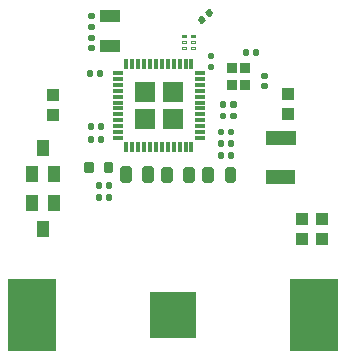
<source format=gbr>
G04 EAGLE Gerber RS-274X export*
G75*
%MOMM*%
%FSLAX34Y34*%
%LPD*%
%INSolderpaste Top*%
%IPPOS*%
%AMOC8*
5,1,8,0,0,1.08239X$1,22.5*%
G01*
%ADD10R,0.300000X0.850000*%
%ADD11R,0.850000X0.300000*%
%ADD12C,0.280800*%
%ADD13C,0.500000*%
%ADD14C,0.402900*%
%ADD15R,1.800000X1.000000*%
%ADD16R,0.850000X0.950000*%
%ADD17R,4.000000X4.000000*%
%ADD18R,4.064000X6.096000*%
%ADD19R,2.500000X1.200000*%
%ADD20C,0.125000*%
%ADD21R,1.000000X1.400000*%
%ADD22R,1.000000X1.100000*%

G36*
X156578Y279462D02*
X156578Y279462D01*
X156580Y279461D01*
X156623Y279481D01*
X156667Y279499D01*
X156667Y279501D01*
X156669Y279502D01*
X156702Y279587D01*
X156702Y296189D01*
X156701Y296191D01*
X156702Y296193D01*
X156682Y296236D01*
X156664Y296280D01*
X156662Y296280D01*
X156661Y296282D01*
X156576Y296315D01*
X139974Y296315D01*
X139972Y296314D01*
X139970Y296315D01*
X139927Y296295D01*
X139883Y296277D01*
X139883Y296275D01*
X139881Y296274D01*
X139848Y296189D01*
X139848Y279587D01*
X139849Y279585D01*
X139848Y279583D01*
X139868Y279540D01*
X139886Y279496D01*
X139888Y279496D01*
X139889Y279494D01*
X139974Y279461D01*
X156576Y279461D01*
X156578Y279462D01*
G37*
G36*
X133544Y279462D02*
X133544Y279462D01*
X133546Y279461D01*
X133589Y279481D01*
X133633Y279499D01*
X133633Y279501D01*
X133635Y279502D01*
X133668Y279587D01*
X133668Y296189D01*
X133667Y296191D01*
X133668Y296193D01*
X133648Y296236D01*
X133630Y296280D01*
X133628Y296280D01*
X133627Y296282D01*
X133542Y296315D01*
X116940Y296315D01*
X116938Y296314D01*
X116936Y296315D01*
X116893Y296295D01*
X116849Y296277D01*
X116849Y296275D01*
X116847Y296274D01*
X116814Y296189D01*
X116814Y279587D01*
X116815Y279585D01*
X116814Y279583D01*
X116834Y279540D01*
X116852Y279496D01*
X116854Y279496D01*
X116855Y279494D01*
X116940Y279461D01*
X133542Y279461D01*
X133544Y279462D01*
G37*
G36*
X156578Y256428D02*
X156578Y256428D01*
X156580Y256427D01*
X156623Y256447D01*
X156667Y256465D01*
X156667Y256467D01*
X156669Y256468D01*
X156702Y256553D01*
X156702Y273155D01*
X156701Y273157D01*
X156702Y273159D01*
X156682Y273202D01*
X156664Y273246D01*
X156662Y273246D01*
X156661Y273248D01*
X156576Y273281D01*
X139974Y273281D01*
X139972Y273280D01*
X139970Y273281D01*
X139927Y273261D01*
X139883Y273243D01*
X139883Y273241D01*
X139881Y273240D01*
X139848Y273155D01*
X139848Y256553D01*
X139849Y256551D01*
X139848Y256549D01*
X139868Y256506D01*
X139886Y256462D01*
X139888Y256462D01*
X139889Y256460D01*
X139974Y256427D01*
X156576Y256427D01*
X156578Y256428D01*
G37*
G36*
X133544Y256428D02*
X133544Y256428D01*
X133546Y256427D01*
X133589Y256447D01*
X133633Y256465D01*
X133633Y256467D01*
X133635Y256468D01*
X133668Y256553D01*
X133668Y273155D01*
X133667Y273157D01*
X133668Y273159D01*
X133648Y273202D01*
X133630Y273246D01*
X133628Y273246D01*
X133627Y273248D01*
X133542Y273281D01*
X116940Y273281D01*
X116938Y273280D01*
X116936Y273281D01*
X116893Y273261D01*
X116849Y273243D01*
X116849Y273241D01*
X116847Y273240D01*
X116814Y273155D01*
X116814Y256553D01*
X116815Y256551D01*
X116814Y256549D01*
X116834Y256506D01*
X116852Y256462D01*
X116854Y256462D01*
X116855Y256460D01*
X116940Y256427D01*
X133542Y256427D01*
X133544Y256428D01*
G37*
D10*
X164258Y311383D03*
X159258Y311383D03*
X154258Y311383D03*
X149258Y311383D03*
X144258Y311383D03*
X139258Y311383D03*
X134258Y311383D03*
X129258Y311383D03*
X124258Y311383D03*
X119258Y311383D03*
X114258Y311383D03*
X109258Y311383D03*
D11*
X101746Y303871D03*
X101746Y298871D03*
X101746Y293871D03*
X101746Y288871D03*
X101746Y283871D03*
X101746Y278871D03*
X101746Y273871D03*
X101746Y268871D03*
X101746Y263871D03*
X101746Y258871D03*
X101746Y253871D03*
X101746Y248871D03*
D10*
X109258Y241359D03*
X114258Y241359D03*
X119258Y241359D03*
X124258Y241359D03*
X129258Y241359D03*
X134258Y241359D03*
X139258Y241359D03*
X144258Y241359D03*
X149258Y241359D03*
X154258Y241359D03*
X159258Y241359D03*
X164258Y241359D03*
D11*
X171770Y248871D03*
X171770Y253871D03*
X171770Y258871D03*
X171770Y263871D03*
X171770Y268871D03*
X171770Y273871D03*
X171770Y278871D03*
X171770Y283871D03*
X171770Y288871D03*
X171770Y293871D03*
X171770Y298871D03*
X171770Y303871D03*
D12*
X86643Y210524D02*
X84051Y210524D01*
X86643Y210524D02*
X86643Y207332D01*
X84051Y207332D01*
X84051Y210524D01*
X84051Y210000D02*
X86643Y210000D01*
X92651Y207332D02*
X95243Y207332D01*
X92651Y207332D02*
X92651Y210524D01*
X95243Y210524D01*
X95243Y207332D01*
X95243Y210000D02*
X92651Y210000D01*
X86643Y200237D02*
X84051Y200237D01*
X86643Y200237D02*
X86643Y197045D01*
X84051Y197045D01*
X84051Y200237D01*
X84051Y199713D02*
X86643Y199713D01*
X92651Y197045D02*
X95243Y197045D01*
X92651Y197045D02*
X92651Y200237D01*
X95243Y200237D01*
X95243Y197045D01*
X95243Y199713D02*
X92651Y199713D01*
X187677Y255996D02*
X190269Y255996D01*
X190269Y252804D01*
X187677Y252804D01*
X187677Y255996D01*
X187677Y255472D02*
X190269Y255472D01*
X196277Y252804D02*
X198869Y252804D01*
X196277Y252804D02*
X196277Y255996D01*
X198869Y255996D01*
X198869Y252804D01*
X198869Y255472D02*
X196277Y255472D01*
X196404Y243025D02*
X198996Y243025D01*
X196404Y243025D02*
X196404Y246217D01*
X198996Y246217D01*
X198996Y243025D01*
X198996Y245693D02*
X196404Y245693D01*
X190396Y246217D02*
X187804Y246217D01*
X190396Y246217D02*
X190396Y243025D01*
X187804Y243025D01*
X187804Y246217D01*
X187804Y245693D02*
X190396Y245693D01*
X79968Y249601D02*
X77376Y249601D01*
X79968Y249601D02*
X79968Y246409D01*
X77376Y246409D01*
X77376Y249601D01*
X77376Y249077D02*
X79968Y249077D01*
X85976Y246409D02*
X88568Y246409D01*
X85976Y246409D02*
X85976Y249601D01*
X88568Y249601D01*
X88568Y246409D01*
X88568Y249077D02*
X85976Y249077D01*
X77343Y342350D02*
X77343Y344942D01*
X80535Y344942D01*
X80535Y342350D01*
X77343Y342350D01*
X80535Y350950D02*
X80535Y353542D01*
X80535Y350950D02*
X77343Y350950D01*
X77343Y353542D01*
X80535Y353542D01*
X80709Y335551D02*
X80709Y332959D01*
X77517Y332959D01*
X77517Y335551D01*
X80709Y335551D01*
X77517Y326951D02*
X77517Y324359D01*
X77517Y326951D02*
X80709Y326951D01*
X80709Y324359D01*
X77517Y324359D01*
X85263Y302207D02*
X87855Y302207D01*
X85263Y302207D02*
X85263Y305399D01*
X87855Y305399D01*
X87855Y302207D01*
X87855Y304875D02*
X85263Y304875D01*
X79255Y305399D02*
X76663Y305399D01*
X79255Y305399D02*
X79255Y302207D01*
X76663Y302207D01*
X76663Y305399D01*
X76663Y304875D02*
X79255Y304875D01*
X85993Y257249D02*
X88585Y257249D01*
X85993Y257249D02*
X85993Y260441D01*
X88585Y260441D01*
X88585Y257249D01*
X88585Y259917D02*
X85993Y259917D01*
X79985Y260441D02*
X77393Y260441D01*
X79985Y260441D02*
X79985Y257249D01*
X77393Y257249D01*
X77393Y260441D01*
X77393Y259917D02*
X79985Y259917D01*
X189582Y269585D02*
X192174Y269585D01*
X192174Y266393D01*
X189582Y266393D01*
X189582Y269585D01*
X189582Y269061D02*
X192174Y269061D01*
X198182Y266393D02*
X200774Y266393D01*
X198182Y266393D02*
X198182Y269585D01*
X200774Y269585D01*
X200774Y266393D01*
X200774Y269061D02*
X198182Y269061D01*
X190396Y236057D02*
X187804Y236057D01*
X190396Y236057D02*
X190396Y232865D01*
X187804Y232865D01*
X187804Y236057D01*
X187804Y235533D02*
X190396Y235533D01*
X196404Y232865D02*
X198996Y232865D01*
X196404Y232865D02*
X196404Y236057D01*
X198996Y236057D01*
X198996Y232865D01*
X198996Y235533D02*
X196404Y235533D01*
D13*
X181103Y222109D02*
X176103Y222109D01*
X181103Y222109D02*
X181103Y212909D01*
X176103Y212909D01*
X176103Y222109D01*
X176103Y217659D02*
X181103Y217659D01*
X194803Y212909D02*
X199803Y212909D01*
X194803Y212909D02*
X194803Y222109D01*
X199803Y222109D01*
X199803Y212909D01*
X199803Y217659D02*
X194803Y217659D01*
X130021Y212993D02*
X125021Y212993D01*
X125021Y222193D01*
X130021Y222193D01*
X130021Y212993D01*
X130021Y217743D02*
X125021Y217743D01*
X111321Y222193D02*
X106321Y222193D01*
X111321Y222193D02*
X111321Y212993D01*
X106321Y212993D01*
X106321Y222193D01*
X106321Y217743D02*
X111321Y217743D01*
D12*
X189582Y279237D02*
X192174Y279237D01*
X192174Y276045D01*
X189582Y276045D01*
X189582Y279237D01*
X189582Y278713D02*
X192174Y278713D01*
X198182Y276045D02*
X200774Y276045D01*
X198182Y276045D02*
X198182Y279237D01*
X200774Y279237D01*
X200774Y276045D01*
X200774Y278713D02*
X198182Y278713D01*
X178872Y308443D02*
X178872Y311035D01*
X182064Y311035D01*
X182064Y308443D01*
X178872Y308443D01*
X182064Y317043D02*
X182064Y319635D01*
X182064Y317043D02*
X178872Y317043D01*
X178872Y319635D01*
X182064Y319635D01*
D14*
X95546Y221665D02*
X91674Y221665D01*
X91674Y226937D01*
X95546Y226937D01*
X95546Y221665D01*
X95546Y225493D02*
X91674Y225493D01*
X79146Y226937D02*
X75274Y226937D01*
X79146Y226937D02*
X79146Y221665D01*
X75274Y221665D01*
X75274Y226937D01*
X75274Y225493D02*
X79146Y225493D01*
D13*
X159719Y212944D02*
X164719Y212944D01*
X159719Y212944D02*
X159719Y222144D01*
X164719Y222144D01*
X164719Y212944D01*
X164719Y217694D02*
X159719Y217694D01*
X146019Y222144D02*
X141019Y222144D01*
X146019Y222144D02*
X146019Y212944D01*
X141019Y212944D01*
X141019Y222144D01*
X141019Y217694D02*
X146019Y217694D01*
D15*
X95136Y351784D03*
X95136Y326784D03*
D16*
X198219Y308146D03*
X198219Y293646D03*
X209719Y293646D03*
X209719Y308146D03*
D12*
X179011Y352937D02*
X180903Y354708D01*
X179011Y352937D02*
X176831Y355266D01*
X178723Y357037D01*
X180903Y354708D01*
X180063Y355605D02*
X177193Y355605D01*
X172443Y351161D02*
X170551Y349390D01*
X172443Y351161D02*
X174623Y348832D01*
X172731Y347061D01*
X170551Y349390D01*
X170913Y349729D02*
X173783Y349729D01*
D17*
X148873Y98640D03*
D18*
X29493Y98640D03*
X268253Y98640D03*
D19*
G36*
X252551Y242900D02*
X227553Y243118D01*
X227657Y255116D01*
X252655Y254898D01*
X252551Y242900D01*
G37*
G36*
X252263Y209901D02*
X227265Y210119D01*
X227369Y222117D01*
X252367Y221899D01*
X252263Y209901D01*
G37*
D20*
X159249Y329444D02*
X155999Y329444D01*
X155999Y330694D01*
X159249Y330694D01*
X159249Y329444D01*
X159249Y330631D02*
X155999Y330631D01*
X164199Y329444D02*
X167449Y329444D01*
X164199Y329444D02*
X164199Y330694D01*
X167449Y330694D01*
X167449Y329444D01*
X167449Y330631D02*
X164199Y330631D01*
X159249Y334444D02*
X155999Y334444D01*
X155999Y335694D01*
X159249Y335694D01*
X159249Y334444D01*
X159249Y335631D02*
X155999Y335631D01*
X164199Y334444D02*
X167449Y334444D01*
X164199Y334444D02*
X164199Y335694D01*
X167449Y335694D01*
X167449Y334444D01*
X167449Y335631D02*
X164199Y335631D01*
X159249Y324444D02*
X155999Y324444D01*
X155999Y325694D01*
X159249Y325694D01*
X159249Y324444D01*
X159249Y325631D02*
X155999Y325631D01*
X164199Y324444D02*
X167449Y324444D01*
X164199Y324444D02*
X164199Y325694D01*
X167449Y325694D01*
X167449Y324444D01*
X167449Y325631D02*
X164199Y325631D01*
D21*
X38635Y172175D03*
X29135Y194175D03*
X48135Y194175D03*
X38381Y240175D03*
X47881Y218175D03*
X28881Y218175D03*
D22*
X47000Y285500D03*
X47000Y268500D03*
X246136Y268977D03*
X246136Y285977D03*
X275000Y163500D03*
X275000Y180500D03*
X258000Y163500D03*
X258000Y180500D03*
D12*
X219945Y319958D02*
X217353Y319958D01*
X217353Y323150D01*
X219945Y323150D01*
X219945Y319958D01*
X219945Y322626D02*
X217353Y322626D01*
X211345Y323150D02*
X208753Y323150D01*
X211345Y323150D02*
X211345Y319958D01*
X208753Y319958D01*
X208753Y323150D01*
X208753Y322626D02*
X211345Y322626D01*
X227532Y303454D02*
X227532Y300862D01*
X224340Y300862D01*
X224340Y303454D01*
X227532Y303454D01*
X224340Y294854D02*
X224340Y292262D01*
X224340Y294854D02*
X227532Y294854D01*
X227532Y292262D01*
X224340Y292262D01*
M02*

</source>
